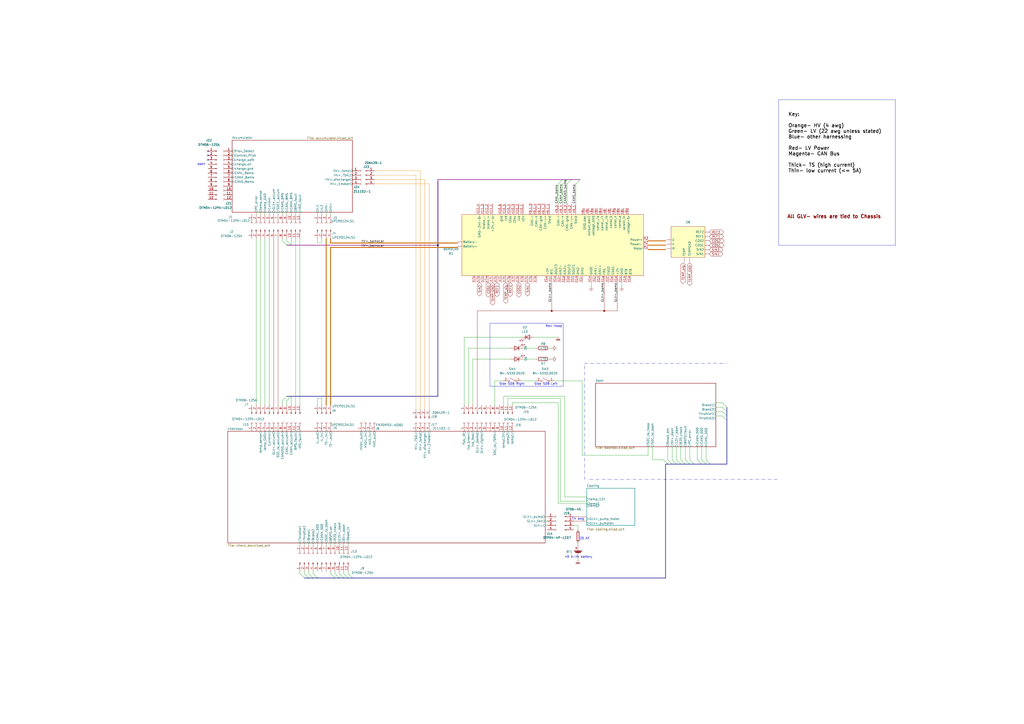
<source format=kicad_sch>
(kicad_sch (version 20250114) (generator "eeschema") (generator_version "9.0")
  (paper "A2")
  (title_block (title "SC FormulaE Electrical System"))
  (lib_symbols
    (symbol "Connector:Conn_01x04_Pin" (pin_names (offset 1.016) (hide yes))
      (property "Reference" "J" (at 0 5.08 0))
      (property "Value" "Conn_01x04_Pin" (at 0 -7.62 0))
      (symbol "Conn_01x04_Pin_1_1"
        (rectangle (start 0.8636 2.667) (end 0 2.413) (stroke (width 0.1524)) (fill (type outline)))
        (rectangle (start 0.8636 0.127) (end 0 -0.127) (stroke (width 0.1524)) (fill (type outline)))
        (rectangle (start 0.8636 -2.413) (end 0 -2.667) (stroke (width 0.1524)) (fill (type outline)))
        (rectangle (start 0.8636 -4.953) (end 0 -5.207) (stroke (width 0.1524)) (fill (type outline)))
        (polyline (pts (xy 1.27 2.54) (xy 0.8636 2.54)) (stroke (width 0.1524)))
        (polyline (pts (xy 1.27 0) (xy 0.8636 0)) (stroke (width 0.1524)))
        (polyline (pts (xy 1.27 -2.54) (xy 0.8636 -2.54)) (stroke (width 0.1524)))
        (polyline (pts (xy 1.27 -5.08) (xy 0.8636 -5.08)) (stroke (width 0.1524)))
        (pin passive line (at 5.08 2.54 180) (length 3.81) (name "Pin_1") (number "1"))
        (pin passive line (at 5.08 0 180) (length 3.81) (name "Pin_2") (number "2"))
        (pin passive line (at 5.08 -2.54 180) (length 3.81) (name "Pin_3") (number "3"))
        (pin passive line (at 5.08 -5.08 180) (length 3.81) (name "Pin_4") (number "4"))
      )
    )
    (symbol "Connector:Conn_01x04_Socket" (pin_names (offset 1.016) (hide yes))
      (property "Reference" "J" (at 0 5.08 0))
      (property "Value" "Conn_01x04_Socket" (at 0 -7.62 0))
      (symbol "Conn_01x04_Socket_1_1"
        (polyline (pts (xy -1.27 2.54) (xy -0.508 2.54)) (stroke (width 0.1524)))
        (polyline (pts (xy -1.27 0) (xy -0.508 0)) (stroke (width 0.1524)))
        (polyline (pts (xy -1.27 -2.54) (xy -0.508 -2.54)) (stroke (width 0.1524)))
        (polyline (pts (xy -1.27 -5.08) (xy -0.508 -5.08)) (stroke (width 0.1524)))
        (arc (start 0 2.032) (mid -0.5058 2.54) (end 0 3.048) (stroke (width 0.1524)))
        (arc (start 0 -0.508) (mid -0.5058 0) (end 0 0.508) (stroke (width 0.1524)))
        (arc (start 0 -3.048) (mid -0.5058 -2.54) (end 0 -2.032) (stroke (width 0.1524)))
        (arc (start 0 -5.588) (mid -0.5058 -5.08) (end 0 -4.572) (stroke (width 0.1524)))
        (pin passive line (at -5.08 2.54 0) (length 3.81) (name "Pin_1") (number "1"))
        (pin passive line (at -5.08 0 0) (length 3.81) (name "Pin_2") (number "2"))
        (pin passive line (at -5.08 -2.54 0) (length 3.81) (name "Pin_3") (number "3"))
        (pin passive line (at -5.08 -5.08 0) (length 3.81) (name "Pin_4") (number "4"))
      )
    )
    (symbol "Connector:Conn_01x12_Pin" (pin_names (offset 1.016) (hide yes))
      (property "Reference" "J" (at 0 15.24 0))
      (property "Value" "Conn_01x12_Pin" (at 0 -17.78 0))
      (symbol "Conn_01x12_Pin_1_1"
        (rectangle (start 0.8636 12.827) (end 0 12.573) (stroke (width 0.1524)) (fill (type outline)))
        (rectangle (start 0.8636 10.287) (end 0 10.033) (stroke (width 0.1524)) (fill (type outline)))
        (rectangle (start 0.8636 7.747) (end 0 7.493) (stroke (width 0.1524)) (fill (type outline)))
        (rectangle (start 0.8636 5.207) (end 0 4.953) (stroke (width 0.1524)) (fill (type outline)))
        (rectangle (start 0.8636 2.667) (end 0 2.413) (stroke (width 0.1524)) (fill (type outline)))
        (rectangle (start 0.8636 0.127) (end 0 -0.127) (stroke (width 0.1524)) (fill (type outline)))
        (rectangle (start 0.8636 -2.413) (end 0 -2.667) (stroke (width 0.1524)) (fill (type outline)))
        (rectangle (start 0.8636 -4.953) (end 0 -5.207) (stroke (width 0.1524)) (fill (type outline)))
        (rectangle (start 0.8636 -7.493) (end 0 -7.747) (stroke (width 0.1524)) (fill (type outline)))
        (rectangle (start 0.8636 -10.033) (end 0 -10.287) (stroke (width 0.1524)) (fill (type outline)))
        (rectangle (start 0.8636 -12.573) (end 0 -12.827) (stroke (width 0.1524)) (fill (type outline)))
        (rectangle (start 0.8636 -15.113) (end 0 -15.367) (stroke (width 0.1524)) (fill (type outline)))
        (polyline (pts (xy 1.27 12.7) (xy 0.8636 12.7)) (stroke (width 0.1524)))
        (polyline (pts (xy 1.27 10.16) (xy 0.8636 10.16)) (stroke (width 0.1524)))
        (polyline (pts (xy 1.27 7.62) (xy 0.8636 7.62)) (stroke (width 0.1524)))
        (polyline (pts (xy 1.27 5.08) (xy 0.8636 5.08)) (stroke (width 0.1524)))
        (polyline (pts (xy 1.27 2.54) (xy 0.8636 2.54)) (stroke (width 0.1524)))
        (polyline (pts (xy 1.27 0) (xy 0.8636 0)) (stroke (width 0.1524)))
        (polyline (pts (xy 1.27 -2.54) (xy 0.8636 -2.54)) (stroke (width 0.1524)))
        (polyline (pts (xy 1.27 -5.08) (xy 0.8636 -5.08)) (stroke (width 0.1524)))
        (polyline (pts (xy 1.27 -7.62) (xy 0.8636 -7.62)) (stroke (width 0.1524)))
        (polyline (pts (xy 1.27 -10.16) (xy 0.8636 -10.16)) (stroke (width 0.1524)))
        (polyline (pts (xy 1.27 -12.7) (xy 0.8636 -12.7)) (stroke (width 0.1524)))
        (polyline (pts (xy 1.27 -15.24) (xy 0.8636 -15.24)) (stroke (width 0.1524)))
        (pin passive line (at 5.08 12.7 180) (length 3.81) (name "Pin_1") (number "1"))
        (pin passive line (at 5.08 10.16 180) (length 3.81) (name "Pin_2") (number "2"))
        (pin passive line (at 5.08 7.62 180) (length 3.81) (name "Pin_3") (number "3"))
        (pin passive line (at 5.08 5.08 180) (length 3.81) (name "Pin_4") (number "4"))
        (pin passive line (at 5.08 2.54 180) (length 3.81) (name "Pin_5") (number "5"))
        (pin passive line (at 5.08 0 180) (length 3.81) (name "Pin_6") (number "6"))
        (pin passive line (at 5.08 -2.54 180) (length 3.81) (name "Pin_7") (number "7"))
        (pin passive line (at 5.08 -5.08 180) (length 3.81) (name "Pin_8") (number "8"))
        (pin passive line (at 5.08 -7.62 180) (length 3.81) (name "Pin_9") (number "9"))
        (pin passive line (at 5.08 -10.16 180) (length 3.81) (name "Pin_10") (number "10"))
        (pin passive line (at 5.08 -12.7 180) (length 3.81) (name "Pin_11") (number "11"))
        (pin passive line (at 5.08 -15.24 180) (length 3.81) (name "Pin_12") (number "12"))
      )
    )
    (symbol "Connector:Conn_01x12_Socket" (pin_names (offset 1.016) (hide yes))
      (property "Reference" "J" (at 0 15.24 0))
      (property "Value" "Conn_01x12_Socket" (at 0 -17.78 0))
      (symbol "Conn_01x12_Socket_1_1"
        (polyline (pts (xy -1.27 12.7) (xy -0.508 12.7)) (stroke (width 0.1524)))
        (polyline (pts (xy -1.27 10.16) (xy -0.508 10.16)) (stroke (width 0.1524)))
        (polyline (pts (xy -1.27 7.62) (xy -0.508 7.62)) (stroke (width 0.1524)))
        (polyline (pts (xy -1.27 5.08) (xy -0.508 5.08)) (stroke (width 0.1524)))
        (polyline (pts (xy -1.27 2.54) (xy -0.508 2.54)) (stroke (width 0.1524)))
        (polyline (pts (xy -1.27 0) (xy -0.508 0)) (stroke (width 0.1524)))
        (polyline (pts (xy -1.27 -2.54) (xy -0.508 -2.54)) (stroke (width 0.1524)))
        (polyline (pts (xy -1.27 -5.08) (xy -0.508 -5.08)) (stroke (width 0.1524)))
        (polyline (pts (xy -1.27 -7.62) (xy -0.508 -7.62)) (stroke (width 0.1524)))
        (polyline (pts (xy -1.27 -10.16) (xy -0.508 -10.16)) (stroke (width 0.1524)))
        (polyline (pts (xy -1.27 -12.7) (xy -0.508 -12.7)) (stroke (width 0.1524)))
        (polyline (pts (xy -1.27 -15.24) (xy -0.508 -15.24)) (stroke (width 0.1524)))
        (arc (start 0 12.192) (mid -0.5058 12.7) (end 0 13.208) (stroke (width 0.1524)))
        (arc (start 0 9.652) (mid -0.5058 10.16) (end 0 10.668) (stroke (width 0.1524)))
        (arc (start 0 7.112) (mid -0.5058 7.62) (end 0 8.128) (stroke (width 0.1524)))
        (arc (start 0 4.572) (mid -0.5058 5.08) (end 0 5.588) (stroke (width 0.1524)))
        (arc (start 0 2.032) (mid -0.5058 2.54) (end 0 3.048) (stroke (width 0.1524)))
        (arc (start 0 -0.508) (mid -0.5058 0) (end 0 0.508) (stroke (width 0.1524)))
        (arc (start 0 -3.048) (mid -0.5058 -2.54) (end 0 -2.032) (stroke (width 0.1524)))
        (arc (start 0 -5.588) (mid -0.5058 -5.08) (end 0 -4.572) (stroke (width 0.1524)))
        (arc (start 0 -8.128) (mid -0.5058 -7.62) (end 0 -7.112) (stroke (width 0.1524)))
        (arc (start 0 -10.668) (mid -0.5058 -10.16) (end 0 -9.652) (stroke (width 0.1524)))
        (arc (start 0 -13.208) (mid -0.5058 -12.7) (end 0 -12.192) (stroke (width 0.1524)))
        (arc (start 0 -15.748) (mid -0.5058 -15.24) (end 0 -14.732) (stroke (width 0.1524)))
        (pin passive line (at -5.08 12.7 0) (length 3.81) (name "Pin_1") (number "1"))
        (pin passive line (at -5.08 10.16 0) (length 3.81) (name "Pin_2") (number "2"))
        (pin passive line (at -5.08 7.62 0) (length 3.81) (name "Pin_3") (number "3"))
        (pin passive line (at -5.08 5.08 0) (length 3.81) (name "Pin_4") (number "4"))
        (pin passive line (at -5.08 2.54 0) (length 3.81) (name "Pin_5") (number "5"))
        (pin passive line (at -5.08 0 0) (length 3.81) (name "Pin_6") (number "6"))
        (pin passive line (at -5.08 -2.54 0) (length 3.81) (name "Pin_7") (number "7"))
        (pin passive line (at -5.08 -5.08 0) (length 3.81) (name "Pin_8") (number "8"))
        (pin passive line (at -5.08 -7.62 0) (length 3.81) (name "Pin_9") (number "9"))
        (pin passive line (at -5.08 -10.16 0) (length 3.81) (name "Pin_10") (number "10"))
        (pin passive line (at -5.08 -12.7 0) (length 3.81) (name "Pin_11") (number "11"))
        (pin passive line (at -5.08 -15.24 0) (length 3.81) (name "Pin_12") (number "12"))
      )
    )
    (symbol "Device:Battery_Cell" (pin_numbers (hide yes)) (pin_names (offset 0) (hide yes))
      (property "Reference" "BT" (at 2.54 2.54 0))
      (property "Value" "Battery_Cell" (at 2.54 0 0))
      (symbol "Battery_Cell_0_1"
        (rectangle (start -2.286 1.778) (end 2.286 1.524) (fill (type outline)))
        (rectangle (start -1.5748 1.1938) (end 1.4732 0.6858) (fill (type outline)))
        (polyline (pts (xy 0 1.778) (xy 0 2.54)))
        (polyline (pts (xy 0 0.762) (xy 0 0)))
        (polyline (pts (xy 0.508 3.429) (xy 1.524 3.429)) (stroke (width 0.254)))
        (polyline (pts (xy 1.016 3.937) (xy 1.016 2.921)) (stroke (width 0.254)))
      )
      (symbol "Battery_Cell_1_1"
        (pin passive line (at 0 5.08 270) (length 2.54) (name "+") (number "1"))
        (pin passive line (at 0 -2.54 90) (length 2.54) (name "-") (number "2"))
      )
    )
    (symbol "Device:Fuse" (pin_numbers (hide yes)) (pin_names (offset 0))
      (property "Reference" "F" (at 2.032 0 90))
      (property "Value" "Fuse" (at -1.905 0 90))
      (symbol "Fuse_0_1"
        (rectangle (start -0.762 -2.54) (end 0.762 2.54) (stroke (width 0.254)))
        (polyline (pts (xy 0 2.54) (xy 0 -2.54)))
      )
      (symbol "Fuse_1_1"
        (pin passive line (at 0 3.81 270) (length 1.27) (name "~") (number "1"))
        (pin passive line (at 0 -3.81 90) (length 1.27) (name "~") (number "2"))
      )
    )
    (symbol "Device:LED" (pin_numbers (hide yes)) (pin_names (offset 1.016) (hide yes))
      (property "Reference" "D" (at 0 2.54 0))
      (property "Value" "LED" (at 0 -2.54 0))
      (symbol "LED_0_1"
        (polyline (pts (xy -3.048 -0.762) (xy -4.572 -2.286) (xy -3.81 -2.286) (xy -4.572 -2.286) (xy -4.572 -1.524)))
        (polyline (pts (xy -1.778 -0.762) (xy -3.302 -2.286) (xy -2.54 -2.286) (xy -3.302 -2.286) (xy -3.302 -1.524)))
        (polyline (pts (xy -1.27 0) (xy 1.27 0)))
        (polyline (pts (xy -1.27 -1.27) (xy -1.27 1.27)) (stroke (width 0.254)))
        (polyline (pts (xy 1.27 -1.27) (xy 1.27 1.27) (xy -1.27 0) (xy 1.27 -1.27)) (stroke (width 0.254)))
      )
      (symbol "LED_1_1"
        (pin passive line (at -3.81 0 0) (length 2.54) (name "K") (number "1"))
        (pin passive line (at 3.81 0 180) (length 2.54) (name "A") (number "2"))
      )
    )
    (symbol "Device:R" (pin_numbers (hide yes)) (pin_names (offset 0))
      (property "Reference" "R" (at 2.032 0 90))
      (property "Value" "R" (at 0 0 90))
      (symbol "R_0_1"
        (rectangle (start -1.016 -2.54) (end 1.016 2.54) (stroke (width 0.254)))
      )
      (symbol "R_1_1"
        (pin passive line (at 0 3.81 270) (length 1.27) (name "~") (number "1"))
        (pin passive line (at 0 -3.81 90) (length 1.27) (name "~") (number "2"))
      )
    )
    (symbol "FSAE:BAMOCAR"
      (property "Reference" "B" (at 0 1.27 0))
      (property "Value" "BAMOCAR" (at 0 -1.27 0))
      (symbol "BAMOCAR_0_1"
        (rectangle (start -17.78 53.34) (end 17.78 -52.07) (fill (type background)))
      )
      (symbol "BAMOCAR_1_1"
        (pin input line (at -21.59 45.72 0) (length 3.81) (name "BTB") (number "X1a"))
        (pin output line (at -21.59 43.18 0) (length 3.81) (name "BTB") (number "X1b"))
        (pin output line (at -21.59 40.64 0) (length 3.81) (name "GND") (number "X1c"))
        (pin input line (at -21.59 38.1 0) (length 3.81) (name "+24") (number "X1d"))
        (pin input line (at -21.59 35.56 0) (length 3.81) (name "END1") (number "X1e"))
        (pin input line (at -21.59 33.02 0) (length 3.81) (name "END2") (number "X1f"))
        (pin input line (at -21.59 30.48 0) (length 3.81) (name "FRG") (number "X1g"))
        (pin input line (at -21.59 27.94 0) (length 3.81) (name "AIN1+") (number "X1h"))
        (pin input line (at -21.59 25.4 0) (length 3.81) (name "AIN1-") (number "X1j"))
        (pin output line (at -21.59 22.86 0) (length 3.81) (name "GNDE") (number "X1k"))
        (pin input line (at -21.59 17.78 0) (length 3.81) (name "DIN1") (number "X1l"))
        (pin input line (at -21.59 15.24 0) (length 3.81) (name "DIN2") (number "X1m"))
        (pin output line (at -21.59 12.7 0) (length 3.81) (name "DOUT1") (number "X1n"))
        (pin output line (at -21.59 10.16 0) (length 3.81) (name "DOUT2") (number "X1o"))
        (pin input line (at -21.59 7.62 0) (length 3.81) (name "AIN2+") (number "X1p"))
        (pin input line (at -21.59 5.08 0) (length 3.81) (name "AIN2-") (number "X1r"))
        (pin output line (at -21.59 2.54 0) (length 3.81) (name "DOUT3") (number "X1s"))
        (pin input line (at -21.59 0 0) (length 3.81) (name "RFE") (number "X1t"))
        (pin input line (at -21.59 -2.54 0) (length 3.81) (name "+24") (number "X1u"))
        (pin input line (at -21.59 -8.89 0) (length 3.81) (name "") (number "X7a"))
        (pin input line (at -21.59 -11.43 0) (length 3.81) (name "") (number "X7b"))
        (pin input line (at -21.59 -13.97 0) (length 3.81) (name "") (number "X7c"))
        (pin input line (at -21.59 -16.51 0) (length 3.81) (name "") (number "X7d"))
        (pin input line (at -21.59 -19.05 0) (length 3.81) (name "") (number "X7e"))
        (pin input line (at -21.59 -21.59 0) (length 3.81) (name "") (number "X7f"))
        (pin input line (at -21.59 -24.13 0) (length 3.81) (name "") (number "X7g"))
        (pin input line (at -21.59 -26.67 0) (length 3.81) (name "") (number "X7h"))
        (pin input line (at -21.59 -29.21 0) (length 3.81) (name "") (number "X7j"))
        (pin input line (at -21.59 -31.75 0) (length 3.81) (name "") (number "X7k"))
        (pin input line (at -21.59 -34.29 0) (length 3.81) (name "") (number "X7l"))
        (pin input line (at -21.59 -36.83 0) (length 3.81) (name "") (number "X7m"))
        (pin input line (at -21.59 -39.37 0) (length 3.81) (name "") (number "X7n"))
        (pin input line (at -21.59 -41.91 0) (length 3.81) (name "") (number "X7o"))
        (pin input line (at -21.59 -44.45 0) (length 3.81) (name "") (number "X7p"))
        (pin output line (at -1.905 55.88 270) (length 2.54) (name "Motor") (number "M1"))
        (pin output line (at -0.635 -54.61 90) (length 2.54) (name "Battery+") (number ""))
        (pin output line (at 0.635 55.88 270) (length 2.54) (name "Power-") (number "M2"))
        (pin output line (at 1.905 -54.61 90) (length 2.54) (name "Battery-") (number ""))
        (pin output line (at 3.175 55.88 270) (length 2.54) (name "Power+") (number "M3"))
        (pin input line (at 21.59 44.45 180) (length 3.81) (name "voltage+5v") (number "X8a"))
        (pin bidirectional line (at 21.59 41.91 180) (length 3.81) (name "selekt_in") (number "X8c"))
        (pin bidirectional line (at 21.59 39.37 180) (length 3.81) (name "canal_a") (number "X8e"))
        (pin bidirectional line (at 21.59 36.83 180) (length 3.81) (name "canal_n") (number "X8g"))
        (pin bidirectional line (at 21.59 34.29 180) (length 3.81) (name "canal_b") (number "X8j"))
        (pin bidirectional line (at 21.59 31.75 180) (length 3.81) (name "canal_/b") (number "X8i"))
        (pin bidirectional line (at 21.59 29.21 180) (length 3.81) (name "canal_/n") (number "X8m"))
        (pin bidirectional line (at 21.59 26.67 180) (length 3.81) (name "canal_/a") (number "X8n"))
        (pin output line (at 21.59 24.13 180) (length 3.81) (name "voltage_GND") (number "X8o"))
        (pin output line (at 21.59 21.59 180) (length 3.81) (name "output_dac1") (number "X8t"))
        (pin output line (at 21.59 19.05 180) (length 3.81) (name "GND_dac") (number "X8u"))
        (pin bidirectional line (at 24.13 13.97 180) (length 6.35) (name "Sield") (number "X9_1"))
        (pin input line (at 24.13 11.43 180) (length 6.35) (name "CAN-v+") (number "X9_2"))
        (pin output line (at 24.13 8.89 180) (length 6.35) (name "CAN-gnd") (number "X9_3"))
        (pin bidirectional line (at 24.13 6.35 180) (length 6.35) (name "CAN-h") (number "X9_4"))
        (pin bidirectional line (at 24.13 3.81 180) (length 6.35) (name "CAN-l") (number "X9_5"))
        (pin bidirectional line (at 24.13 -1.27 180) (length 6.35) (name "Sield") (number "X9.1_1"))
        (pin input line (at 24.13 -3.81 180) (length 6.35) (name "CAN-v+") (number "X9.1_2"))
        (pin output line (at 24.13 -6.35 180) (length 6.35) (name "CAN-gnd") (number "X9.1_3"))
        (pin bidirectional line (at 24.13 -8.89 180) (length 6.35) (name "CAN-h") (number "X9.1_4"))
        (pin bidirectional line (at 24.13 -11.43 180) (length 6.35) (name "CAN-l") (number "X9.1_5"))
        (pin input line (at 24.13 -16.51 180) (length 6.35) (name "r2in") (number "X10_1"))
        (pin input line (at 24.13 -19.05 180) (length 6.35) (name "txd") (number "X10_2"))
        (pin input line (at 24.13 -21.59 180) (length 6.35) (name "t2ou") (number "X10_3"))
        (pin input line (at 24.13 -24.13 180) (length 6.35) (name "t2ou") (number "X10_4"))
        (pin input line (at 24.13 -26.67 180) (length 6.35) (name "rxd") (number "X10_5"))
        (pin input line (at 24.13 -29.21 180) (length 6.35) (name "gnd") (number "X10_6"))
        (pin input line (at 24.13 -34.29 180) (length 6.35) (name "+24_v-br") (number "X11_1"))
        (pin input line (at 24.13 -36.83 180) (length 6.35) (name "brake_+") (number "X11_2"))
        (pin input line (at 24.13 -39.37 180) (length 6.35) (name "brake_-") (number "X11_3"))
        (pin input line (at 24.13 -41.91 180) (length 6.35) (name "GMD-24V-Br") (number "X11_4"))
      )
    )
    (symbol "FSAE:Emrak"
      (property "Reference" "U" (at 0 0 0))
      (symbol "Emrak_0_1"
        (rectangle (start -9.525 20.955) (end 10.16 3.175) (fill (type background)))
      )
      (symbol "Emrak_1_1"
        (pin input line (at -12.065 15.875 0) (length 2.54) (name "M") (number ""))
        (pin input line (at -12.065 13.335 0) (length 2.54) (name "V") (number ""))
        (pin input line (at -12.065 10.795 0) (length 2.54) (name "U") (number ""))
        (pin input line (at -1.905 23.495 270) (length 2.54) (name "TEMP") (number ""))
        (pin input line (at 1.27 23.495 270) (length 2.54) (name "TEMPGND") (number ""))
        (pin input line (at 12.7 19.05 180) (length 2.54) (name "SIN1") (number ""))
        (pin input line (at 12.7 16.51 180) (length 2.54) (name "SIN2") (number ""))
        (pin input line (at 12.7 13.97 180) (length 2.54) (name "COS1") (number ""))
        (pin input line (at 12.7 11.43 180) (length 2.54) (name "COS2") (number ""))
        (pin input line (at 12.7 8.89 180) (length 2.54) (name "REF1") (number ""))
        (pin input line (at 12.7 6.35 180) (length 2.54) (name "REF2") (number ""))
      )
    )
    (symbol "GND_1" (power) (pin_numbers (hide yes)) (pin_names (offset 0) (hide yes))
      (property "Value" "GND" (at 0 -3.81 0))
      (symbol "GND_1_0_1"
        (polyline (pts (xy 0 0) (xy 0 -1.27) (xy 1.27 -1.27) (xy 0 -2.54) (xy -1.27 -1.27) (xy 0 -1.27)))
      )
      (symbol "GND_1_1_1"
        (pin power_in line (at 0 0 270) (length 0) (name "~") (number "1"))
      )
    )
    (symbol "Switch:SW_SPST" (pin_names (offset 0) (hide yes))
      (property "Reference" "SW" (at 0 3.175 0))
      (property "Value" "SW_SPST" (at 0 -2.54 0))
      (symbol "SW_SPST_0_0"
        (circle (center -2.032 0) (radius 0.508))
        (polyline (pts (xy -1.524 0.254) (xy 1.524 1.778)))
        (circle (center 2.032 0) (radius 0.508))
      )
      (symbol "SW_SPST_1_1"
        (pin passive line (at -5.08 0 0) (length 2.54) (name "A") (number "1"))
        (pin passive line (at 5.08 0 180) (length 2.54) (name "B") (number "2"))
      )
    )
    (symbol "power:Earth" (power) (pin_names (offset 0))
      (symbol "Earth_0_1"
        (polyline (pts (xy -0.635 -1.905) (xy 0.635 -1.905)))
        (polyline (pts (xy -0.127 -2.54) (xy 0.127 -2.54)))
        (polyline (pts (xy 0 -1.27) (xy 0 0)))
        (polyline (pts (xy 1.27 -1.27) (xy -1.27 -1.27)))
      )
      (symbol "Earth_1_1"
        (pin power_in line (at 0 0 270) (length 0) (hide yes) (name "Earth") (number "1"))
      )
    )
    (symbol "power:GNDPWR" (power) (pin_numbers (hide yes)) (pin_names (offset 0) (hide yes))
      (property "Value" "GNDPWR" (at 0 -3.302 0))
      (symbol "GNDPWR_0_1"
        (polyline (pts (xy -1.016 -1.27) (xy -1.27 -2.032) (xy -1.27 -2.032)) (stroke (width 0.2032)))
        (polyline (pts (xy -0.508 -1.27) (xy -0.762 -2.032) (xy -0.762 -2.032)) (stroke (width 0.2032)))
        (polyline (pts (xy 0 -1.27) (xy 0 0)))
        (polyline (pts (xy 0 -1.27) (xy -0.254 -2.032) (xy -0.254 -2.032)) (stroke (width 0.2032)))
        (polyline (pts (xy 0.508 -1.27) (xy 0.254 -2.032) (xy 0.254 -2.032)) (stroke (width 0.2032)))
        (polyline (pts (xy 1.016 -1.27) (xy -1.016 -1.27) (xy -1.016 -1.27)) (stroke (width 0.2032)))
        (polyline (pts (xy 1.016 -1.27) (xy 0.762 -2.032) (xy 0.762 -2.032) (xy 0.762 -2.032)) (stroke (width 0.2032)))
      )
      (symbol "GNDPWR_1_1"
        (pin power_in line (at 0 0 270) (length 0) (name "~") (number "1"))
      )
    )
  )
  (rectangle (start 451.612 57.785) (end 519.43 142.3416))
  (rectangle (start 284.226 187.579) (end 326.771 224.028))
  (text "Roll Hoop" (at 321.31 189.23 0) (effects (font (size 1.27 1.27))))
  (text "14 awg" (at 335.28 300.99 0) (effects (font (size 1.27 1.27))))
  (text "All GLV- wires are tied to Chassis" (at 483.87 125.73 0) (effects (font (size 2.032 2.032) (thickness 0.4064) (bold yes))))
  (text "open" (at 116.84 95.25 0) (effects (font (size 1.27 1.27))))
  (text "40 A-Hr battery" (at 327.66 323.85 0) (effects (font (size 1.27 1.27)) (justify left bottom)))
  (text "Key:\n\nOrange- HV (4 awg)\nGreen- LV (22 awg unless stated)\nBlue- other harnessing\n\nRed- LV Power\nMagenta- CAN Bus\n\nThick- TS (high current)\nThin- low current (<= 5A)\n" (at 457.2 100.33 0) (effects (font (size 2.032 2.032) (thickness 0.3048) (bold yes)) (justify left bottom)))
  (text "Side SDB Right" (at 289.56 223.52 0) (effects (font (size 1.27 1.27)) (justify left bottom)))
  (text "20 A?" (at 339.09 312.42 0) (effects (font (size 1.27 1.27))))
  (text "Side SDB Left" (at 309.88 223.52 0) (effects (font (size 1.27 1.27)) (justify left bottom)))
  (junction (at 320.04 180.34) (color 132 0 0 1))
  (junction (at 254 142.24))
  (junction (at 350.52 180.34) (color 132 0 0 1))
  (no_connect (at 120.65 92.71))
  (no_connect (at 120.65 87.63))
  (no_connect (at 120.65 90.17))
  (bus_entry (at 389.89 266.7) (size 2.54 2.54))
  (bus_entry (at 400.05 266.7) (size 2.54 2.54))
  (bus_entry (at 328.93 106.68) (size 2.54 -2.54))
  (bus_entry (at 194.31 332.74) (size 2.54 2.54))
  (bus_entry (at 387.35 266.7) (size 2.54 2.54))
  (bus_entry (at 201.93 332.74) (size 2.54 2.54))
  (bus_entry (at 409.575 266.7) (size 2.54 2.54))
  (bus_entry (at 397.51 266.7) (size 2.54 2.54))
  (bus_entry (at 394.97 266.7) (size 2.54 2.54))
  (bus_entry (at 163.83 139.7) (size 2.54 2.54))
  (bus_entry (at 196.85 332.74) (size 2.54 2.54))
  (bus_entry (at 323.85 106.68) (size 2.54 -2.54))
  (bus_entry (at 166.37 139.7) (size 2.54 2.54))
  (bus_entry (at 173.99 332.74) (size 2.54 2.54))
  (bus_entry (at 419.1 238.76) (size 2.54 2.54))
  (bus_entry (at 419.1 241.3) (size 2.54 2.54))
  (bus_entry (at 419.1 236.22) (size 2.54 2.54))
  (bus_entry (at 179.07 332.74) (size 2.54 2.54))
  (bus_entry (at 166.37 232.41) (size 2.54 -2.54))
  (bus_entry (at 334.01 106.68) (size 2.54 -2.54))
  (bus_entry (at 199.39 332.74) (size 2.54 2.54))
  (bus_entry (at 419.1 233.68) (size 2.54 2.54))
  (bus_entry (at 191.77 332.74) (size 2.54 2.54))
  (bus_entry (at 163.83 232.41) (size 2.54 -2.54))
  (bus_entry (at 384.81 266.7) (size 2.54 2.54))
  (bus_entry (at 404.495 266.7) (size 2.54 2.54))
  (bus_entry (at 176.53 332.74) (size 2.54 2.54))
  (bus_entry (at 181.61 332.74) (size 2.54 2.54))
  (bus_entry (at 392.43 266.7) (size 2.54 2.54))
  (bus_entry (at 326.39 106.68) (size 2.54 -2.54))
  (bus_entry (at 407.035 266.7) (size 2.54 2.54))
  (bus (pts (xy 421.64 236.22) (xy 421.64 238.76)))
  (wire (pts (xy 271.78 201.93) (xy 271.78 234.95)))
  (wire (pts (xy 320.04 163.83) (xy 320.04 180.34)) (stroke (width 0) (color 132 0 0 1)))
  (wire (pts (xy 201.93 331.47) (xy 201.93 332.74)))
  (wire (pts (xy 171.45 138.43) (xy 171.45 234.95)))
  (wire (pts (xy 325.12 290.83) (xy 325.12 231.14)))
  (wire (pts (xy 328.93 106.68) (xy 328.93 118.11)))
  (wire (pts (xy 166.37 139.7) (xy 166.37 138.43)))
  (wire (pts (xy 415.29 236.22) (xy 419.1 236.22)))
  (wire (pts (xy 309.88 195.58) (xy 323.85 195.58)))
  (wire (pts (xy 186.69 123.19) (xy 186.69 124.46)))
  (bus (pts (xy 389.89 269.24) (xy 392.43 269.24)))
  (bus (pts (xy 199.39 335.28) (xy 201.93 335.28)))
  (wire (pts (xy 335.28 304.8) (xy 332.74 304.8)))
  (wire (pts (xy 375.92 142.24) (xy 386.08 142.24)) (stroke (width 0.508) (color 204 102 0 1)))
  (wire (pts (xy 199.39 314.96) (xy 199.39 316.23)))
  (wire (pts (xy 246.38 104.14) (xy 217.17 104.14)) (stroke (width 0) (color 221 133 0 1)))
  (wire (pts (xy 325.12 231.14) (xy 294.64 231.14)))
  (wire (pts (xy 199.39 331.47) (xy 199.39 332.74)))
  (bus (pts (xy 387.35 269.24) (xy 389.89 269.24)))
  (wire (pts (xy 350.52 180.34) (xy 358.14 180.34)) (stroke (width 0) (color 132 0 0 1)))
  (wire (pts (xy 151.13 138.43) (xy 151.13 234.95)))
  (bus (pts (xy 181.61 335.28) (xy 184.15 335.28)))
  (wire (pts (xy 184.15 140.97) (xy 186.69 140.97)))
  (wire (pts (xy 168.91 123.19) (xy 168.91 124.46)))
  (wire (pts (xy 173.99 331.47) (xy 173.99 332.74)))
  (wire (pts (xy 173.99 314.96) (xy 173.99 316.23)))
  (wire (pts (xy 269.24 195.58) (xy 302.26 195.58)))
  (wire (pts (xy 179.07 314.96) (xy 179.07 316.23)))
  (wire (pts (xy 166.37 123.19) (xy 166.37 124.46)))
  (wire (pts (xy 375.92 259.08) (xy 375.92 264.16)))
  (wire (pts (xy 243.84 99.06) (xy 243.84 237.49)) (stroke (width 0) (color 221 133 0 1)))
  (bus (pts (xy 179.07 335.28) (xy 181.61 335.28)))
  (wire (pts (xy 158.75 138.43) (xy 158.75 234.95)) (stroke (width 0) (color 132 0 0 1)))
  (bus (pts (xy 194.31 335.28) (xy 196.85 335.28)))
  (wire (pts (xy 184.15 231.14) (xy 186.69 231.14)))
  (wire (pts (xy 168.91 138.43) (xy 168.91 142.24)))
  (wire (pts (xy 179.07 331.47) (xy 179.07 332.74)))
  (wire (pts (xy 248.92 106.68) (xy 248.92 237.49)) (stroke (width 0) (color 221 133 0 1)))
  (wire (pts (xy 153.67 138.43) (xy 153.67 234.95)))
  (bus (pts (xy 176.53 335.28) (xy 179.07 335.28)))
  (wire (pts (xy 326.39 106.68) (xy 326.39 118.11)))
  (wire (pts (xy 337.82 264.16) (xy 337.82 220.98)))
  (wire (pts (xy 378.46 259.08) (xy 378.46 266.7)))
  (wire (pts (xy 148.59 138.43) (xy 148.59 234.95)))
  (bus (pts (xy 326.39 104.14) (xy 254 104.14)) (stroke (width 0) (color 132 0 132 1)))
  (wire (pts (xy 311.15 220.98) (xy 302.26 220.98)))
  (wire (pts (xy 163.83 123.19) (xy 163.83 124.46)))
  (wire (pts (xy 171.45 123.19) (xy 171.45 124.46)))
  (polyline (pts (xy 450.85 278.13) (xy 340.36 278.13)) (stroke (width 0) (type dash_dot_dot)))
  (bus (pts (xy 166.37 229.87) (xy 168.91 229.87)))
  (wire (pts (xy 316.23 304.8) (xy 317.5 304.8)))
  (wire (pts (xy 415.29 241.3) (xy 419.1 241.3)))
  (wire (pts (xy 335.28 316.23) (xy 335.28 314.96)))
  (wire (pts (xy 189.23 138.43) (xy 189.23 234.95)) (stroke (width 0.508) (color 204 102 0 1)))
  (wire (pts (xy 163.83 232.41) (xy 163.83 234.95)))
  (wire (pts (xy 287.02 220.98) (xy 292.1 220.98)))
  (wire (pts (xy 360.68 166.37) (xy 360.68 163.83)))
  (wire (pts (xy 201.93 314.96) (xy 201.93 316.23)))
  (bus (pts (xy 400.05 269.24) (xy 402.59 269.24)))
  (bus (pts (xy 328.93 104.14) (xy 331.47 104.14)) (stroke (width 0) (color 132 0 132 1)))
  (bus (pts (xy 397.51 269.24) (xy 400.05 269.24)))
  (wire (pts (xy 194.31 331.47) (xy 194.31 332.74)))
  (wire (pts (xy 404.495 259.08) (xy 404.495 266.7)))
  (wire (pts (xy 274.32 234.95) (xy 274.32 208.28)))
  (wire (pts (xy 323.85 292.1) (xy 340.36 292.1)))
  (wire (pts (xy 389.89 259.08) (xy 389.89 266.7)))
  (wire (pts (xy 161.29 123.19) (xy 161.29 124.46)))
  (wire (pts (xy 217.17 99.06) (xy 243.84 99.06)) (stroke (width 0) (color 221 133 0 1)))
  (bus (pts (xy 421.64 241.3) (xy 421.64 243.84)))
  (wire (pts (xy 332.74 299.72) (xy 340.36 299.72)) (stroke (width 0) (color 132 0 0 1)))
  (wire (pts (xy 189.23 314.96) (xy 189.23 316.23)))
  (wire (pts (xy 407.035 259.08) (xy 407.035 266.7)))
  (wire (pts (xy 241.3 237.49) (xy 241.3 101.6)) (stroke (width 0) (color 221 133 0 1)))
  (wire (pts (xy 327.66 288.29) (xy 340.36 288.29)))
  (wire (pts (xy 358.14 163.83) (xy 358.14 180.34)) (stroke (width 0) (color 132 0 0 1)))
  (wire (pts (xy 156.21 123.19) (xy 156.21 124.46)))
  (bus (pts (xy 254 229.87) (xy 254 142.24)))
  (wire (pts (xy 173.99 123.19) (xy 173.99 124.46)))
  (wire (pts (xy 191.77 143.51) (xy 265.43 143.51)) (stroke (width 0.508) (color 204 102 0 1)))
  (wire (pts (xy 335.28 307.34) (xy 335.28 304.8)))
  (wire (pts (xy 318.77 201.93) (xy 320.04 201.93)))
  (wire (pts (xy 269.24 195.58) (xy 269.24 234.95)))
  (wire (pts (xy 189.23 123.19) (xy 189.23 124.46)))
  (wire (pts (xy 163.83 138.43) (xy 163.83 139.7)))
  (wire (pts (xy 176.53 331.47) (xy 176.53 332.74)))
  (wire (pts (xy 320.04 180.34) (xy 350.52 180.34)) (stroke (width 0) (color 132 0 0 1)))
  (wire (pts (xy 191.77 140.97) (xy 265.43 140.97)) (stroke (width 0.508) (color 204 102 0 1)))
  (wire (pts (xy 297.18 233.68) (xy 297.18 234.95)))
  (wire (pts (xy 323.85 233.68) (xy 323.85 292.1)))
  (wire (pts (xy 184.15 138.43) (xy 184.15 140.97)))
  (wire (pts (xy 342.9 166.37) (xy 342.9 163.83)))
  (wire (pts (xy 276.86 180.34) (xy 320.04 180.34)) (stroke (width 0) (color 132 0 0 1)))
  (wire (pts (xy 191.77 331.47) (xy 191.77 332.74)))
  (bus (pts (xy 168.91 142.24) (xy 166.37 142.24)) (stroke (width 0) (color 132 0 132 1)))
  (wire (pts (xy 332.74 302.26) (xy 340.36 302.26)) (stroke (width 0) (color 132 0 0 1)))
  (wire (pts (xy 184.15 234.95) (xy 184.15 231.14)))
  (bus (pts (xy 386.08 335.28) (xy 386.08 269.24)))
  (wire (pts (xy 151.13 123.19) (xy 151.13 124.46)))
  (wire (pts (xy 297.18 233.68) (xy 323.85 233.68)))
  (wire (pts (xy 166.37 232.41) (xy 166.37 234.95)))
  (wire (pts (xy 217.17 106.68) (xy 248.92 106.68)) (stroke (width 0) (color 221 133 0 1)))
  (wire (pts (xy 191.77 143.51) (xy 191.77 234.95)) (stroke (width 0.508) (color 204 102 0 1)))
  (wire (pts (xy 181.61 331.47) (xy 181.61 332.74)))
  (wire (pts (xy 375.92 139.7) (xy 386.08 139.7)) (stroke (width 0.508) (color 204 102 0 1)))
  (wire (pts (xy 397.51 259.08) (xy 397.51 266.7)))
  (polyline (pts (xy 339.09 210.82) (xy 421.64 210.82)) (stroke (width 0) (type dash_dot_dot)))
  (bus (pts (xy 184.15 335.28) (xy 194.31 335.28)))
  (wire (pts (xy 323.85 106.68) (xy 323.85 118.11)))
  (bus (pts (xy 168.91 142.24) (xy 166.37 142.24)))
  (wire (pts (xy 335.28 325.12) (xy 335.28 323.85)))
  (bus (pts (xy 168.91 229.87) (xy 254 229.87)))
  (bus (pts (xy 394.97 269.24) (xy 397.51 269.24)))
  (bus (pts (xy 402.59 269.24) (xy 407.035 269.24)))
  (wire (pts (xy 316.23 299.72) (xy 317.5 299.72)))
  (wire (pts (xy 186.69 314.96) (xy 186.69 316.23)))
  (bus (pts (xy 386.08 269.24) (xy 387.35 269.24)))
  (wire (pts (xy 340.36 290.83) (xy 325.12 290.83)))
  (wire (pts (xy 196.85 331.47) (xy 196.85 332.74)))
  (wire (pts (xy 156.21 138.43) (xy 156.21 234.95)))
  (bus (pts (xy 421.64 238.76) (xy 421.64 241.3)))
  (wire (pts (xy 303.53 201.93) (xy 311.15 201.93)))
  (wire (pts (xy 181.61 314.96) (xy 181.61 316.23)))
  (wire (pts (xy 387.35 259.08) (xy 387.35 266.7)))
  (bus (pts (xy 254 142.24) (xy 168.91 142.24)) (stroke (width 0) (color 132 0 132 1)))
  (wire (pts (xy 173.99 138.43) (xy 173.99 234.95)))
  (bus (pts (xy 204.47 335.28) (xy 386.08 335.28)))
  (wire (pts (xy 400.05 259.08) (xy 400.05 266.7)))
  (wire (pts (xy 158.75 123.19) (xy 158.75 124.46)))
  (wire (pts (xy 184.15 314.96) (xy 184.15 316.23)))
  (wire (pts (xy 327.66 229.87) (xy 327.66 288.29)))
  (wire (pts (xy 186.69 138.43) (xy 186.69 140.97)))
  (wire (pts (xy 292.1 234.95) (xy 292.1 229.87)))
  (wire (pts (xy 186.69 231.14) (xy 186.69 234.95)))
  (wire (pts (xy 394.97 259.08) (xy 394.97 266.7)))
  (bus (pts (xy 409.575 269.24) (xy 412.115 269.24)))
  (wire (pts (xy 294.64 231.14) (xy 294.64 234.95)))
  (wire (pts (xy 276.86 180.34) (xy 276.86 234.95)) (stroke (width 0) (color 132 0 0 1)))
  (wire (pts (xy 271.78 201.93) (xy 295.91 201.93)))
  (bus (pts (xy 254 142.24) (xy 254 105.41)))
  (bus (pts (xy 254 104.14) (xy 254 142.24)) (stroke (width 0) (color 132 0 132 1)))
  (bus (pts (xy 407.035 269.24) (xy 409.575 269.24)))
  (wire (pts (xy 168.91 229.87) (xy 168.91 234.95)))
  (wire (pts (xy 415.29 233.68) (xy 419.1 233.68)))
  (wire (pts (xy 334.01 106.68) (xy 334.01 118.11)))
  (wire (pts (xy 321.31 220.98) (xy 337.82 220.98)))
  (wire (pts (xy 176.53 314.96) (xy 176.53 316.23)))
  (wire (pts (xy 375.92 264.16) (xy 337.82 264.16)))
  (wire (pts (xy 292.1 229.87) (xy 327.66 229.87)))
  (bus (pts (xy 196.85 335.28) (xy 199.39 335.28)))
  (wire (pts (xy 191.77 314.96) (xy 191.77 316.23)))
  (wire (pts (xy 409.575 259.08) (xy 409.575 266.7)))
  (wire (pts (xy 191.77 123.19) (xy 191.77 124.46)))
  (wire (pts (xy 311.15 208.28) (xy 303.53 208.28)))
  (wire (pts (xy 415.29 238.76) (xy 419.1 238.76)))
  (bus (pts (xy 392.43 269.24) (xy 394.97 269.24)))
  (bus (pts (xy 331.47 104.14) (xy 336.55 104.14)) (stroke (width 0) (color 132 0 132 1)))
  (wire (pts (xy 287.02 220.98) (xy 287.02 234.95)))
  (wire (pts (xy 241.3 101.6) (xy 217.17 101.6)) (stroke (width 0) (color 221 133 0 1)))
  (wire (pts (xy 196.85 314.96) (xy 196.85 316.23)))
  (wire (pts (xy 153.67 123.19) (xy 153.67 124.46)))
  (bus (pts (xy 412.115 269.24) (xy 421.64 269.24)))
  (wire (pts (xy 161.29 138.43) (xy 161.29 234.95)) (stroke (width 0) (color 132 0 0 1)))
  (wire (pts (xy 392.43 259.08) (xy 392.43 266.7)))
  (bus (pts (xy 201.93 335.28) (xy 204.47 335.28)))
  (bus (pts (xy 326.39 104.14) (xy 328.93 104.14)) (stroke (width 0) (color 132 0 132 1)))
  (wire (pts (xy 191.77 138.43) (xy 191.77 140.97)) (stroke (width 0.508) (color 204 102 0 1)))
  (wire (pts (xy 378.46 266.7) (xy 384.81 266.7)))
  (wire (pts (xy 316.23 302.26) (xy 317.5 302.26)))
  (wire (pts (xy 320.04 208.28) (xy 318.77 208.28)))
  (wire (pts (xy 274.32 208.28) (xy 295.91 208.28)))
  (wire (pts (xy 184.15 123.19) (xy 184.15 124.46)))
  (wire (pts (xy 375.92 144.78) (xy 386.08 144.78)) (stroke (width 0.508) (color 204 102 0 1)))
  (wire (pts (xy 194.31 314.96) (xy 194.31 316.23)))
  (wire (pts (xy 148.59 123.19) (xy 148.59 124.46)))
  (bus (pts (xy 421.64 243.84) (xy 421.64 269.24)))
  (wire (pts (xy 350.52 163.83) (xy 350.52 180.34)) (stroke (width 0) (color 132 0 0 1)))
  (polyline (pts (xy 339.09 278.13) (xy 339.09 210.82)) (stroke (width 0) (type dash_dot_dot)))
  (wire (pts (xy 246.38 237.49) (xy 246.38 104.14)) (stroke (width 0) (color 221 133 0 1)))
  (label "HV+_bamocar" (at 209.55 140.97 0))
  (label "GLV+_bamo" (at 320.04 175.26 90))
  (label "GLV+_bamo" (at 358.14 175.26 90))
  (label "CANGND_bamo" (at 328.93 118.11 90))
  (label "CANS_bamo" (at 334.01 118.11 90))
  (label "HV-_bamocar" (at 209.55 143.51 0))
  (label "CANH_bamo" (at 326.39 118.11 90))
  (label "GLV+_bamo" (at 350.52 175.26 90))
  (label "CANL_bamo" (at 323.85 118.11 90))
  (global_label "COS1" (shape bidirectional) (at 283.21 163.83 270) (property "Intersheetrefs" "${INTERSHEET_REFS}" (effects (hide yes))))
  (global_label "REF2" (shape bidirectional) (at 295.91 163.83 270) (property "Intersheetrefs" "${INTERSHEET_REFS}" (effects (hide yes))))
  (global_label "REF1" (shape bidirectional) (at 288.29 163.83 270) (property "Intersheetrefs" "${INTERSHEET_REFS}" (effects (hide yes))))
  (global_label "COS1" (shape bidirectional) (at 411.48 142.24 0) (property "Intersheetrefs" "${INTERSHEET_REFS}" (effects (hide yes))))
  (global_label "SIN1" (shape bidirectional) (at 411.48 147.32 0) (property "Intersheetrefs" "${INTERSHEET_REFS}" (effects (hide yes))))
  (global_label "COS2" (shape bidirectional) (at 411.48 139.7 0) (property "Intersheetrefs" "${INTERSHEET_REFS}" (effects (hide yes))))
  (global_label "TEMP_sig" (shape bidirectional) (at 396.24 152.4 270) (property "Intersheetrefs" "${INTERSHEET_REFS}" (effects (hide yes))))
  (global_label "TEMP_GND" (shape bidirectional) (at 400.05 152.4 270) (property "Intersheetrefs" "${INTERSHEET_REFS}" (effects (hide yes))))
  (global_label "SIN1" (shape bidirectional) (at 306.07 163.83 270) (property "Intersheetrefs" "${INTERSHEET_REFS}" (effects (hide yes))))
  (global_label "TEMP_sig" (shape bidirectional) (at 293.37 163.83 270) (property "Intersheetrefs" "${INTERSHEET_REFS}" (effects (hide yes))))
  (global_label "COS2" (shape bidirectional) (at 300.99 163.83 270) (property "Intersheetrefs" "${INTERSHEET_REFS}" (effects (hide yes))))
  (global_label "REF1" (shape bidirectional) (at 411.48 137.16 0) (property "Intersheetrefs" "${INTERSHEET_REFS}" (effects (hide yes))))
  (global_label "SIN2" (shape bidirectional) (at 278.13 163.83 270) (property "Intersheetrefs" "${INTERSHEET_REFS}" (effects (hide yes))))
  (global_label "TEMP_GND" (shape bidirectional) (at 285.75 163.83 270) (property "Intersheetrefs" "${INTERSHEET_REFS}" (effects (hide yes))))
  (global_label "REF2" (shape bidirectional) (at 411.48 134.62 0) (property "Intersheetrefs" "${INTERSHEET_REFS}" (effects (hide yes))))
  (global_label "SIN2" (shape bidirectional) (at 411.48 144.78 0) (property "Intersheetrefs" "${INTERSHEET_REFS}" (effects (hide yes))))
  (symbol (lib_id "FSAE:BAMOCAR") (at 320.04 142.24 270) (mirror x) (unit 1)
    (property "Reference" "B1" (at 261.62 147.0661 90))
    (property "Value" "BAMOCAR" (at 261.62 144.5261 90))
  )
  (symbol (lib_id "power:Earth") (at 360.68 166.37 0) (unit 1)
    (property "Reference" "#PWR02" (effects (hide yes)))
    (property "Value" "Earth" (effects (hide yes)))
  )
  (symbol (lib_id "Connector:Conn_01x04_Pin") (at 186.69 240.03 90) (unit 1)
    (property "Reference" "J6" (at 193.675 238.125 90))
    (property "Value" "UPCP012ALS1" (at 199.39 235.585 90))
  )
  (symbol (lib_id "power:GNDPWR") (at 323.85 195.58 0) (unit 1)
    (property "Reference" "#PWR010" (effects (hide yes)))
    (property "Value" "GNDPWR" (effects (hide yes)))
    (property "Description" "Power symbol creates a global label with name \"GNDPWR\" , global ground" (effects (hide yes)))
  )
  (symbol (lib_id "Device:Battery_Cell") (at 335.28 321.31 0) (mirror y) (unit 1)
    (property "Reference" "BT1" (at 332.105 320.04 0) (effects (justify left)))
    (property "Value" "Battery_Cell" (effects (hide yes)))
  )
  (symbol (lib_id "Connector:Conn_01x12_Socket") (at 186.69 321.31 90) (mirror x) (unit 1)
    (property "Reference" "J13" (at 205.232 319.913 90))
    (property "Value" "DTM04-12PA-L012" (at 206.629 323.088 90))
  )
  (symbol (lib_id "Connector:Conn_01x12_Socket") (at 158.75 129.54 90) (mirror x) (unit 1)
    (property "Reference" "J1" (at 133.604 125.857 90))
    (property "Value" "DTM04-12PA-L012" (at 135.509 128.016 90))
  )
  (symbol (lib_id "Switch:SW_SPST") (at 297.18 220.98 0) (mirror y) (unit 1)
    (property "Reference" "SW4" (at 297.18 213.995 0))
    (property "Value" "84-5330.0020" (at 297.18 216.535 0))
  )
  (symbol (lib_id "Connector:Conn_01x12_Socket") (at 281.94 245.11 90) (unit 1)
    (property "Reference" "J16" (at 300.482 246.507 90))
    (property "Value" "DTM04-12PA-L012" (at 301.879 243.332 90))
  )
  (symbol (lib_id "Connector:Conn_01x12_Pin") (at 158.75 240.03 90) (unit 1)
    (property "Reference" "J7" (at 142.875 234.696 90))
    (property "Value" "DTM06-12SA" (at 142.875 232.156 90))
  )
  (symbol (lib_id "Connector:Conn_01x04_Socket") (at 186.69 245.11 90) (unit 1)
    (property "Reference" "J5" (at 194.31 248.285 90))
    (property "Value" "UPCR012ALS1" (at 198.755 246.38 90))
  )
  (symbol (lib_id "Connector:Conn_01x04_Socket") (at 209.55 101.6 0) (unit 1)
    (property "Reference" "J24" (at 206.756 108.458 0))
    (property "Value" "211102-1" (at 209.9945 111.0615 0))
  )
  (symbol (lib_id "Connector:Conn_01x04_Pin") (at 327.66 302.26 0) (unit 1)
    (property "Reference" "J19" (at 328.549 297.688 0))
    (property "Value" "DT06-4S" (at 332.613 295.402 0))
  )
  (symbol (lib_id "Connector:Conn_01x12_Socket") (at 129.54 100.33 0) (mirror y) (unit 1)
    (property "Reference" "J21" (at 132.588 117.983 0))
    (property "Value" "DTM04-12PA-L012" (at 124.968 120.523 0))
  )
  (symbol (lib_id "FSAE:Emrak") (at 398.78 128.27 0) (mirror x) (unit 1)
    (property "Reference" "U8" (at 399.0975 128.905 0))
    (property "Value" "~" (at 398.78 128.27 0))
  )
  (symbol (lib_id "Connector:Conn_01x12_Socket") (at 158.75 245.11 90) (unit 1)
    (property "Reference" "J10" (at 142.494 246.253 90))
    (property "Value" "DTM04-12PA-L012" (at 143.891 243.078 90))
  )
  (symbol (lib_id "Connector:Conn_01x04_Pin") (at 243.84 242.57 90) (unit 1)
    (property "Reference" "J18" (at 251.714 241.681 90))
    (property "Value" "206429-1" (at 255.778 239.395 90))
  )
  (symbol (lib_id "Connector:Conn_01x04_Pin") (at 186.69 133.35 90) (mirror x) (unit 1)
    (property "Reference" "J4" (at 193.675 135.255 90))
    (property "Value" "UPCP012ALS1" (at 199.39 137.795 90))
  )
  (symbol (lib_id "Switch:SW_SPST") (at 316.23 220.98 0) (mirror y) (unit 1)
    (property "Reference" "SW3" (at 316.23 213.995 0))
    (property "Value" "84-5330.0020" (at 316.23 216.535 0))
  )
  (symbol (lib_id "power:Earth") (at 342.9 166.37 0) (unit 1)
    (property "Reference" "#PWR01" (effects (hide yes)))
    (property "Value" "Earth" (effects (hide yes)))
  )
  (symbol (lib_id "Device:Fuse") (at 335.28 311.15 0) (mirror x) (unit 1)
    (property "Reference" "F1" (effects (hide yes)))
    (property "Value" "Fuse" (effects (hide yes)))
  )
  (symbol (lib_id "Connector:Conn_01x04_Pin") (at 212.09 101.6 0) (unit 1)
    (property "Reference" "J23" (at 212.471 96.774 0))
    (property "Value" "206429-1" (at 216.535 94.488 0))
  )
  (symbol (lib_id "power:GNDPWR") (at 335.28 325.12 0) (unit 1)
    (property "Reference" "#PWR015" (effects (hide yes)))
    (property "Value" "GNDPWR" (effects (hide yes)))
    (property "Description" "Power symbol creates a global label with name \"GNDPWR\" , global ground" (effects (hide yes)))
  )
  (symbol (lib_id "Device:LED") (at 299.72 201.93 180) (unit 1)
    (property "Reference" "D6" (at 304.8 201.803 90))
    (property "Value" "LED" (effects (hide yes)))
    (property "Description" "Light emitting diode" (effects (hide yes)))
  )
  (symbol (lib_name "GND_1") (lib_id "power:GND") (at 320.04 201.93 90) (unit 1)
    (property "Reference" "#PWR018" (effects (hide yes)))
    (property "Value" "GND" (effects (hide yes)))
    (property "Description" "Power symbol creates a global label with name \"GND\" , ground" (effects (hide yes)))
  )
  (symbol (lib_id "Device:LED") (at 299.72 208.28 180) (unit 1)
    (property "Reference" "D5" (at 305.054 208.153 90))
    (property "Value" "LED" (effects (hide yes)))
    (property "Description" "Light emitting diode" (effects (hide yes)))
  )
  (symbol (lib_id "Connector:Conn_01x12_Pin") (at 158.75 133.35 90) (mirror x) (unit 1)
    (property "Reference" "J2" (at 134.239 134.366 90))
    (property "Value" "DTM06-12SA" (at 134.239 136.906 90))
  )
  (symbol (lib_id "Connector:Conn_01x04_Socket") (at 186.69 129.54 90) (mirror x) (unit 1)
    (property "Reference" "J3" (at 194.31 126.365 90))
    (property "Value" "UPCR012ALS1" (at 198.755 128.27 90))
  )
  (symbol (lib_id "Connector:Conn_01x12_Pin") (at 125.73 100.33 0) (mirror y) (unit 1)
    (property "Reference" "J22" (at 121.158 81.407 0))
    (property "Value" "DTM06-12SA" (at 121.158 83.947 0))
  )
  (symbol (lib_id "Device:R") (at 314.96 208.28 90) (unit 1)
    (property "Reference" "R7" (at 315.087 210.947 90))
    (property "Value" "470" (at 315.087 208.407 90))
    (property "Description" "Resistor" (effects (hide yes)))
  )
  (symbol (lib_id "Device:LED") (at 306.07 195.58 0) (unit 1)
    (property "Reference" "D2" (at 304.4825 189.865 0))
    (property "Value" "LED" (at 304.4825 192.405 0))
    (property "Description" "Light emitting diode" (effects (hide yes)))
  )
  (symbol (lib_id "Connector:Conn_01x04_Socket") (at 322.58 302.26 0) (unit 1)
    (property "Reference" "J14" (at 318.77 309.626 0))
    (property "Value" "DTP04-4P-LE07" (at 323.088 311.912 0))
  )
  (symbol (lib_id "Connector:Conn_01x04_Socket") (at 243.84 245.11 90) (unit 1)
    (property "Reference" "J17" (at 251.714 246.253 90))
    (property "Value" "211102-1" (at 256.032 248.539 90))
  )
  (symbol (lib_id "Connector:Conn_01x04_Socket") (at 212.09 245.11 90) (unit 1)
    (property "Reference" "J8" (at 218.948 248.666 90))
    (property "Value" "EM30MSD-A(06)" (at 225.933 246.507 90))
  )
  (symbol (lib_id "Device:R") (at 314.96 201.93 90) (unit 1)
    (property "Reference" "R8" (at 315.087 199.517 90))
    (property "Value" "470" (at 315.087 202.057 90))
    (property "Description" "Resistor" (effects (hide yes)))
  )
  (symbol (lib_id "Connector:Conn_01x12_Pin") (at 281.94 240.03 90) (unit 1)
    (property "Reference" "J15" (at 305.054 238.887 90))
    (property "Value" "DTM06-12SA" (at 305.054 236.347 90))
  )
  (symbol (lib_name "GND_1") (lib_id "power:GND") (at 320.04 208.28 90) (unit 1)
    (property "Reference" "#PWR017" (effects (hide yes)))
    (property "Value" "GND" (effects (hide yes)))
    (property "Description" "Power symbol creates a global label with name \"GND\" , ground" (effects (hide yes)))
  )
  (symbol (lib_id "Connector:Conn_01x12_Pin") (at 186.69 326.39 90) (mirror x) (unit 1)
    (property "Reference" "J9" (at 210.185 329.692 90))
    (property "Value" "DTM06-12SA" (at 210.185 332.232 90))
  )
  (sheet (at 134.62 81.28) (size 69.85 41.91) (stroke (width 0.1524))
    (property "Sheetname" "Accumulator" (at 134.62 80.5684 0) (effects (justify left bottom)))
    (property "Sheetfile" "accumulator.kicad_sch" (at 178.181 79.375 0) (effects (justify left top)))
    (pin "HV-" output (at 189.23 123.19 270))
    (pin "IL1" output (at 184.15 123.19 270))
    (pin "IL2" input (at 186.69 123.19 270))
    (pin "HV+" output (at 191.77 123.19 270))
    (pin "charge_on" input (at 134.62 95.25 180))
    (pin "IMD_fault" input (at 173.99 123.19 270))
    (pin "CANH_BMS" bidirectional (at 168.91 123.19 270))
    (pin "BMS_fault" output (at 171.45 123.19 270))
    (pin "CANL_BMS" bidirectional (at 166.37 123.19 270))
    (pin "CANS_BMS" bidirectional (at 163.83 123.19 270))
    (pin "charge_safe" output (at 134.62 92.71 180))
    (pin "GLV+_accum" input (at 158.75 123.19 270))
    (pin "Current" input (at 156.21 123.19 270))
    (pin "Prox_Detect" output (at 134.62 87.63 180))
    (pin "Control_Pilot" output (at 134.62 90.17 180))
    (pin "SDC1_accum" input (at 161.29 123.19 270))
    (pin "PC_error" output (at 148.59 123.19 270))
    (pin "HV+_tsmp" input (at 204.47 99.06 0))
    (pin "temp_GND" bidirectional (at 153.67 123.19 270))
    (pin "temp_sense" output (at 151.13 123.19 270))
    (pin "HV+_discharge" output (at 204.47 104.14 0))
    (pin "HV+_TSAL" output (at 204.47 101.6 0))
    (pin "HV+_Emeter" output (at 204.47 106.68 0))
    (pin "charge_gnd" bidirectional (at 134.62 97.79 180))
    (pin "CANS_Bamo" bidirectional (at 134.62 105.41 180))
    (pin "CANH_Bamo" bidirectional (at 134.62 102.87 180))
    (pin "CANL_Bamo" bidirectional (at 134.62 100.33 180))
  )
  (sheet (at 345.44 222.25) (size 69.85 36.83) (stroke (width 0.1524))
    (property "Sheetname" "Dash" (at 345.44 221.5384 0) (effects (justify left bottom)))
    (property "Sheetfile" "dashbox.kicad_sch" (at 345.44 259.0296 0) (effects (justify left top)))
    (pin "12V+_dash" input (at 392.43 259.08 270))
    (pin "BSPD_fault" output (at 397.51 259.08 270))
    (pin "SDC_to_hoop" output (at 375.92 259.08 270))
    (pin "SDC_to_dash" input (at 378.46 259.08 270))
    (pin "R2D_check" output (at 394.97 259.08 270))
    (pin "Throttle1" output (at 415.29 240.03 0))
    (pin "Brake2" output (at 415.29 237.49 0))
    (pin "Throttle2" output (at 415.29 242.57 0))
    (pin "Brake1" output (at 415.29 234.95 0))
    (pin "Reset_btn" output (at 387.35 259.08 270))
    (pin "CANH_500" bidirectional (at 404.495 259.08 270))
    (pin "CANS_500" bidirectional (at 407.035 259.08 270))
    (pin "CANL_500" bidirectional (at 409.575 259.08 270))
    (pin "5V+_dash" input (at 389.89 259.08 270))
    (pin "PC_error" input (at 400.05 259.08 270))
  )
  (sheet (at 132.08 250.19) (size 184.15 64.77) (stroke (width 0.1524))
    (property "Sheetname" "checkbox" (at 132.08 249.4784 0) (effects (justify left bottom)))
    (property "Sheetfile" "check_box.kicad_sch" (at 132.08 315.6716 0) (effects (justify left top)))
    (pin "SDC_to_accum" output (at 161.29 250.19 90))
    (pin "HVDIL_out" output (at 209.55 250.19 90))
    (pin "HVDIL_in" input (at 212.09 250.19 90))
    (pin "TS-_out" output (at 191.77 250.19 90))
    (pin "HVD_out" output (at 217.17 250.19 90))
    (pin "HVD_in" input (at 214.63 250.19 90))
    (pin "TS-_in" input (at 189.23 250.19 90))
    (pin "TSAL_R" output (at 269.24 250.19 90))
    (pin "GLV+_bamo" output (at 276.86 250.19 90))
    (pin "SDC_to_dash" output (at 189.23 314.96 270))
    (pin "R2D_check" input (at 194.31 314.96 270))
    (pin "ind_Red" input (at 274.32 250.19 90))
    (pin "Throttle2" input (at 176.53 314.96 270))
    (pin "Current" input (at 156.21 250.19 90))
    (pin "Brake2" input (at 181.61 314.96 270))
    (pin "Brake1" input (at 179.07 314.96 270))
    (pin "ind_Green" input (at 271.78 250.19 90))
    (pin "Throttle1" input (at 173.99 314.96 270))
    (pin "GLV+_fan" output (at 316.23 302.26 0))
    (pin "GLV+_pump" output (at 316.23 299.72 0))
    (pin "IMD_fault" input (at 173.99 250.19 90))
    (pin "BMS_fault" input (at 171.45 250.19 90))
    (pin "GLV+_accum" output (at 158.75 250.19 90))
    (pin "CANH_accum" bidirectional (at 168.91 250.19 90))
    (pin "CANL_accum" bidirectional (at 166.37 250.19 90))
    (pin "CANGND_accum" bidirectional (at 163.83 250.19 90))
    (pin "IL_out" output (at 184.15 250.19 90))
    (pin "IL_in" input (at 186.69 250.19 90))
    (pin "SDC_to_TSMS" input (at 287.02 250.19 90))
    (pin "temp1" input (at 297.18 250.19 90))
    (pin "temp2" input (at 294.64 250.19 90))
    (pin "Reset_in" input (at 201.93 314.96 270))
    (pin "12V+_dash" output (at 196.85 314.96 270))
    (pin "5V+_dash" output (at 199.39 314.96 270))
    (pin "GLV+" input (at 316.23 304.8 0))
    (pin "HV+_tsmp" output (at 243.84 250.19 90))
    (pin "temp_GND" bidirectional (at 153.67 250.19 90))
    (pin "temp_sense" input (at 151.13 250.19 90))
    (pin "BSPD_ok" output (at 191.77 314.96 270))
    (pin "temp12V" input (at 292.1 250.19 90))
    (pin "HV+_discharge" input (at 246.38 250.19 90))
    (pin "HV+_TSAL" input (at 241.3 250.19 90))
    (pin "CANL_500" bidirectional (at 184.15 314.96 270))
    (pin "CANH_500" bidirectional (at 186.69 314.96 270))
    (pin "HV+_Emeter" input (at 248.92 250.19 90))
    (pin "GLV+_lights" input (at 279.4 250.19 90))
  )
  (sheet (at 340.36 283.21) (size 27.94 21.59) (stroke (width 0.1524) (color 0 132 132 1))
    (property "Sheetname" "Cooling" (at 340.36 282.4984 0) (effects (justify left bottom)))
    (property "Sheetfile" "cooling.kicad_sch" (at 340.36 306.2736 0) (effects (justify left top)))
    (pin "GLV+_pump_motor" input (at 340.36 300.99 180))
    (pin "GLV+_pumpfan" input (at 340.36 303.53 180))
    (pin "temp1" output (at 340.36 292.1 180))
    (pin "temp2" output (at 340.36 293.37 180))
    (pin "temp_12V" input (at 340.36 289.56 180))
  )
)
</source>
